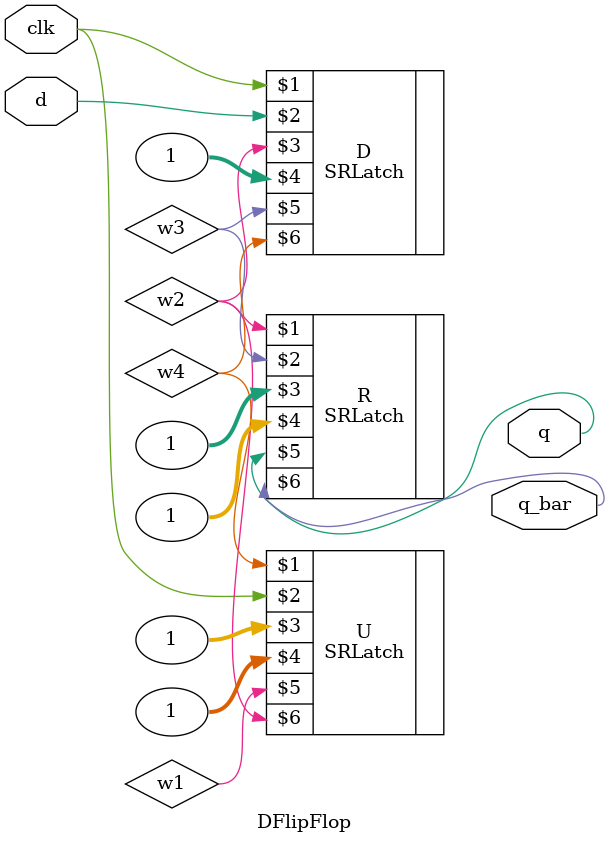
<source format=sv>
`timescale 1ns/1ns
module DFlipFlop(input d, clk, output q, q_bar);
	wire w1, w2, w3, w4;
	SRLatch U(w4, clk, 1, 1, w1, w2);
	SRLatch D(clk, d, w2, 1, w3, w4);
	SRLatch R(w2, w3, 1, 1, q, q_bar);
endmodule
</source>
